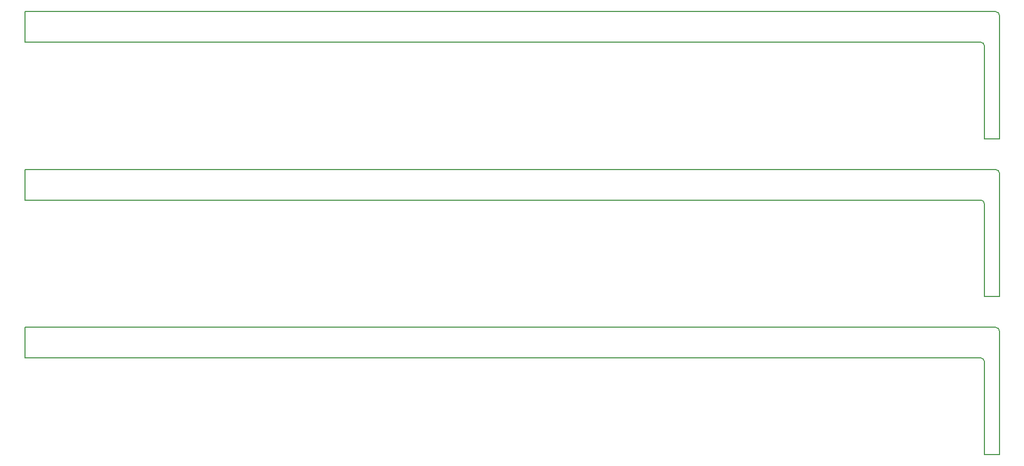
<source format=gbo>
G04*
G04 #@! TF.GenerationSoftware,Altium Limited,Altium Designer,19.0.12 (326)*
G04*
G04 Layer_Color=32896*
%FSLAX44Y44*%
%MOMM*%
G71*
G01*
G75*
%ADD21C,0.1270*%
D21*
X1559500Y666000D02*
G03*
X1554500Y671000I-5000J0D01*
G01*
X1584500Y714640D02*
G03*
X1578140Y721000I-6360J0D01*
G01*
X0Y671000D02*
Y721000D01*
Y671000D02*
X1554500D01*
X0Y721000D02*
X1474500D01*
X1559500D01*
Y514000D02*
Y666000D01*
X1554500Y671000D02*
X1554500D01*
X1559500Y721000D02*
X1578140D01*
X1584500Y514000D02*
Y714640D01*
X1559500Y514000D02*
X1584500D01*
X1559500Y409000D02*
G03*
X1554500Y414000I-5000J0D01*
G01*
X1584500Y457640D02*
G03*
X1578140Y464000I-6360J0D01*
G01*
X0Y414000D02*
Y464000D01*
Y414000D02*
X1554500D01*
X0Y464000D02*
X1474500D01*
X1559500D01*
Y257000D02*
Y409000D01*
X1554500Y414000D02*
X1554500D01*
X1559500Y464000D02*
X1578140D01*
X1584500Y257000D02*
Y457640D01*
X1559500Y257000D02*
X1584500D01*
X1559500Y152000D02*
G03*
X1554500Y157000I-5000J0D01*
G01*
X1584500Y200640D02*
G03*
X1578140Y207000I-6360J0D01*
G01*
X0Y157000D02*
Y207000D01*
Y157000D02*
X1554500D01*
X0Y207000D02*
X1474500D01*
X1559500D01*
Y0D02*
Y152000D01*
X1554500Y157000D02*
X1554500D01*
X1559500Y207000D02*
X1578140D01*
X1584500Y0D02*
Y200640D01*
X1559500Y0D02*
X1584500D01*
M02*

</source>
